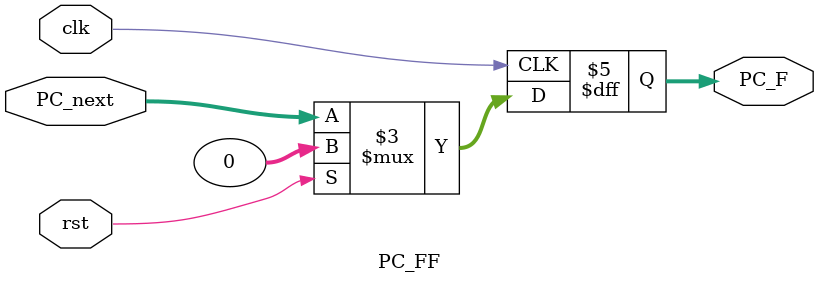
<source format=v>
module PC_FF(
	input			clk,
	input			rst,
	input		[31:0]	PC_next,
	output	reg	[31:0]	PC_F
);

always @(posedge clk) begin
	if(rst) begin
		PC_F 	<= 0;
	end
	else 
		PC_F <= PC_next;
end

endmodule



</source>
